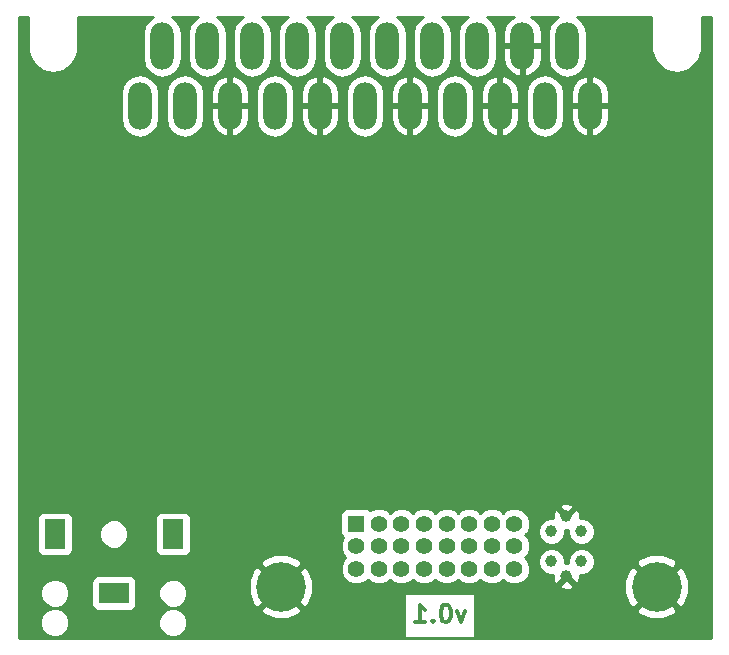
<source format=gbl>
G04 #@! TF.FileFunction,Copper,L2,Bot,Signal*
%FSLAX46Y46*%
G04 Gerber Fmt 4.6, Leading zero omitted, Abs format (unit mm)*
G04 Created by KiCad (PCBNEW 4.0.7) date 06/19/18 01:15:35*
%MOMM*%
%LPD*%
G01*
G04 APERTURE LIST*
%ADD10C,0.100000*%
%ADD11C,0.300000*%
%ADD12O,2.000000X4.000000*%
%ADD13R,1.800000X2.500000*%
%ADD14R,2.500000X1.800000*%
%ADD15C,4.200000*%
%ADD16C,1.400000*%
%ADD17R,1.400000X1.400000*%
%ADD18C,1.000000*%
%ADD19C,0.600000*%
%ADD20C,0.250000*%
%ADD21C,0.254000*%
G04 APERTURE END LIST*
D10*
D11*
X176132856Y-118296571D02*
X175775713Y-119296571D01*
X175418571Y-118296571D01*
X174561428Y-117796571D02*
X174418571Y-117796571D01*
X174275714Y-117868000D01*
X174204285Y-117939429D01*
X174132856Y-118082286D01*
X174061428Y-118368000D01*
X174061428Y-118725143D01*
X174132856Y-119010857D01*
X174204285Y-119153714D01*
X174275714Y-119225143D01*
X174418571Y-119296571D01*
X174561428Y-119296571D01*
X174704285Y-119225143D01*
X174775714Y-119153714D01*
X174847142Y-119010857D01*
X174918571Y-118725143D01*
X174918571Y-118368000D01*
X174847142Y-118082286D01*
X174775714Y-117939429D01*
X174704285Y-117868000D01*
X174561428Y-117796571D01*
X173418571Y-119153714D02*
X173347143Y-119225143D01*
X173418571Y-119296571D01*
X173490000Y-119225143D01*
X173418571Y-119153714D01*
X173418571Y-119296571D01*
X171918571Y-119296571D02*
X172775714Y-119296571D01*
X172347142Y-119296571D02*
X172347142Y-117796571D01*
X172489999Y-118010857D01*
X172632857Y-118153714D01*
X172775714Y-118225143D01*
D12*
X165735000Y-70485000D03*
X169545000Y-70485000D03*
X173355000Y-70485000D03*
X167640000Y-75565000D03*
X171450000Y-75565000D03*
X175260000Y-75565000D03*
X177165000Y-70485000D03*
X179070000Y-75565000D03*
X180975000Y-70485000D03*
X182880000Y-75565000D03*
X184785000Y-70485000D03*
X186690000Y-75565000D03*
X148590000Y-75565000D03*
X150495000Y-70485000D03*
X152400000Y-75565000D03*
X154305000Y-70485000D03*
X156210000Y-75565000D03*
X158115000Y-70485000D03*
X160020000Y-75565000D03*
X161925000Y-70485000D03*
X163830000Y-75565000D03*
D13*
X141390000Y-111825000D03*
X151390000Y-111825000D03*
D14*
X146390000Y-116825000D03*
D15*
X160540000Y-116275000D03*
X192340000Y-116275000D03*
D16*
X166920000Y-114755000D03*
X168830000Y-114755000D03*
X170740000Y-114755000D03*
X172650000Y-114755000D03*
X174560000Y-114755000D03*
X176470000Y-114755000D03*
X178380000Y-114755000D03*
X180290000Y-114755000D03*
X166920000Y-112845000D03*
X168830000Y-112845000D03*
X170740000Y-112845000D03*
X172650000Y-112845000D03*
X174560000Y-112845000D03*
X176470000Y-112845000D03*
X178380000Y-112845000D03*
X180290000Y-112845000D03*
D17*
X166920000Y-110935000D03*
D16*
X168830000Y-110935000D03*
X170740000Y-110935000D03*
X172650000Y-110935000D03*
X174560000Y-110935000D03*
X176470000Y-110935000D03*
X178380000Y-110935000D03*
X180290000Y-110935000D03*
D18*
X183430000Y-114145000D03*
X185970000Y-114145000D03*
X184700000Y-115415000D03*
X183430000Y-111605000D03*
X185970000Y-111605000D03*
X184700000Y-110335000D03*
D19*
X188976000Y-70358000D03*
X192532000Y-77216000D03*
X194310000Y-82550000D03*
X194310000Y-88900000D03*
X194564000Y-107188000D03*
X181102000Y-118110000D03*
X167640000Y-118364000D03*
X155448000Y-119126000D03*
X140970000Y-106680000D03*
X140970000Y-99822000D03*
X141224000Y-89408000D03*
X141224000Y-84582000D03*
X141478000Y-74422000D03*
X194818000Y-99060000D03*
D20*
X140970000Y-89408000D02*
X141224000Y-89408000D01*
D21*
G36*
X139105000Y-70534282D02*
X139104630Y-70957815D01*
X139229871Y-71260920D01*
X139267517Y-71450181D01*
X139373789Y-71609229D01*
X139428980Y-71742800D01*
X139531984Y-71845984D01*
X139730327Y-72142825D01*
X140024575Y-72339435D01*
X140029041Y-72343909D01*
X140034930Y-72346354D01*
X140422971Y-72605635D01*
X141240000Y-72768152D01*
X142057029Y-72605635D01*
X142441957Y-72348434D01*
X142447800Y-72346020D01*
X142452314Y-72341514D01*
X142749673Y-72142825D01*
X142946627Y-71848063D01*
X143048909Y-71745959D01*
X143104820Y-71611309D01*
X143212483Y-71450181D01*
X143249959Y-71261778D01*
X143374628Y-70961541D01*
X143374915Y-70633582D01*
X143375000Y-70633152D01*
X143375000Y-70535718D01*
X143375370Y-70112185D01*
X143375000Y-70111290D01*
X143375000Y-68035000D01*
X149701444Y-68035000D01*
X149338880Y-68277257D01*
X148984457Y-68807690D01*
X148860000Y-69433377D01*
X148860000Y-71536623D01*
X148984457Y-72162310D01*
X149338880Y-72692743D01*
X149869313Y-73047166D01*
X150495000Y-73171623D01*
X151120687Y-73047166D01*
X151651120Y-72692743D01*
X152005543Y-72162310D01*
X152130000Y-71536623D01*
X152130000Y-69433377D01*
X152005543Y-68807690D01*
X151651120Y-68277257D01*
X151288556Y-68035000D01*
X153511444Y-68035000D01*
X153148880Y-68277257D01*
X152794457Y-68807690D01*
X152670000Y-69433377D01*
X152670000Y-71536623D01*
X152794457Y-72162310D01*
X153148880Y-72692743D01*
X153679313Y-73047166D01*
X154305000Y-73171623D01*
X154930687Y-73047166D01*
X155461120Y-72692743D01*
X155815543Y-72162310D01*
X155940000Y-71536623D01*
X155940000Y-69433377D01*
X155815543Y-68807690D01*
X155461120Y-68277257D01*
X155098556Y-68035000D01*
X157321444Y-68035000D01*
X156958880Y-68277257D01*
X156604457Y-68807690D01*
X156480000Y-69433377D01*
X156480000Y-71536623D01*
X156604457Y-72162310D01*
X156958880Y-72692743D01*
X157489313Y-73047166D01*
X158115000Y-73171623D01*
X158740687Y-73047166D01*
X159271120Y-72692743D01*
X159625543Y-72162310D01*
X159750000Y-71536623D01*
X159750000Y-69433377D01*
X159625543Y-68807690D01*
X159271120Y-68277257D01*
X158908556Y-68035000D01*
X161131444Y-68035000D01*
X160768880Y-68277257D01*
X160414457Y-68807690D01*
X160290000Y-69433377D01*
X160290000Y-71536623D01*
X160414457Y-72162310D01*
X160768880Y-72692743D01*
X161299313Y-73047166D01*
X161925000Y-73171623D01*
X162550687Y-73047166D01*
X163081120Y-72692743D01*
X163435543Y-72162310D01*
X163560000Y-71536623D01*
X163560000Y-69433377D01*
X163435543Y-68807690D01*
X163081120Y-68277257D01*
X162718556Y-68035000D01*
X164941444Y-68035000D01*
X164578880Y-68277257D01*
X164224457Y-68807690D01*
X164100000Y-69433377D01*
X164100000Y-71536623D01*
X164224457Y-72162310D01*
X164578880Y-72692743D01*
X165109313Y-73047166D01*
X165735000Y-73171623D01*
X166360687Y-73047166D01*
X166891120Y-72692743D01*
X167245543Y-72162310D01*
X167370000Y-71536623D01*
X167370000Y-69433377D01*
X167245543Y-68807690D01*
X166891120Y-68277257D01*
X166528556Y-68035000D01*
X168751444Y-68035000D01*
X168388880Y-68277257D01*
X168034457Y-68807690D01*
X167910000Y-69433377D01*
X167910000Y-71536623D01*
X168034457Y-72162310D01*
X168388880Y-72692743D01*
X168919313Y-73047166D01*
X169545000Y-73171623D01*
X170170687Y-73047166D01*
X170701120Y-72692743D01*
X171055543Y-72162310D01*
X171180000Y-71536623D01*
X171180000Y-69433377D01*
X171055543Y-68807690D01*
X170701120Y-68277257D01*
X170338556Y-68035000D01*
X172561444Y-68035000D01*
X172198880Y-68277257D01*
X171844457Y-68807690D01*
X171720000Y-69433377D01*
X171720000Y-71536623D01*
X171844457Y-72162310D01*
X172198880Y-72692743D01*
X172729313Y-73047166D01*
X173355000Y-73171623D01*
X173980687Y-73047166D01*
X174511120Y-72692743D01*
X174865543Y-72162310D01*
X174990000Y-71536623D01*
X174990000Y-69433377D01*
X174865543Y-68807690D01*
X174511120Y-68277257D01*
X174148556Y-68035000D01*
X176371444Y-68035000D01*
X176008880Y-68277257D01*
X175654457Y-68807690D01*
X175530000Y-69433377D01*
X175530000Y-71536623D01*
X175654457Y-72162310D01*
X176008880Y-72692743D01*
X176539313Y-73047166D01*
X177165000Y-73171623D01*
X177790687Y-73047166D01*
X178321120Y-72692743D01*
X178675543Y-72162310D01*
X178800000Y-71536623D01*
X178800000Y-70612000D01*
X179340000Y-70612000D01*
X179340000Y-71612000D01*
X179513058Y-72228020D01*
X179908683Y-72730922D01*
X180466645Y-73044144D01*
X180594566Y-73075124D01*
X180848000Y-72955777D01*
X180848000Y-70612000D01*
X181102000Y-70612000D01*
X181102000Y-72955777D01*
X181355434Y-73075124D01*
X181483355Y-73044144D01*
X182041317Y-72730922D01*
X182436942Y-72228020D01*
X182610000Y-71612000D01*
X182610000Y-70612000D01*
X181102000Y-70612000D01*
X180848000Y-70612000D01*
X179340000Y-70612000D01*
X178800000Y-70612000D01*
X178800000Y-69433377D01*
X178675543Y-68807690D01*
X178321120Y-68277257D01*
X177958556Y-68035000D01*
X180272220Y-68035000D01*
X179908683Y-68239078D01*
X179513058Y-68741980D01*
X179340000Y-69358000D01*
X179340000Y-70358000D01*
X180848000Y-70358000D01*
X180848000Y-70338000D01*
X181102000Y-70338000D01*
X181102000Y-70358000D01*
X182610000Y-70358000D01*
X182610000Y-69358000D01*
X182436942Y-68741980D01*
X182041317Y-68239078D01*
X181677780Y-68035000D01*
X183991444Y-68035000D01*
X183628880Y-68277257D01*
X183274457Y-68807690D01*
X183150000Y-69433377D01*
X183150000Y-71536623D01*
X183274457Y-72162310D01*
X183628880Y-72692743D01*
X184159313Y-73047166D01*
X184785000Y-73171623D01*
X185410687Y-73047166D01*
X185941120Y-72692743D01*
X186295543Y-72162310D01*
X186420000Y-71536623D01*
X186420000Y-69433377D01*
X186295543Y-68807690D01*
X185941120Y-68277257D01*
X185578556Y-68035000D01*
X191905000Y-68035000D01*
X191905000Y-70534282D01*
X191904630Y-70957815D01*
X192029871Y-71260920D01*
X192067517Y-71450181D01*
X192173789Y-71609229D01*
X192228980Y-71742800D01*
X192331984Y-71845984D01*
X192530327Y-72142825D01*
X192824575Y-72339435D01*
X192829041Y-72343909D01*
X192834930Y-72346354D01*
X193222971Y-72605635D01*
X194040000Y-72768152D01*
X194857029Y-72605635D01*
X195241957Y-72348434D01*
X195247800Y-72346020D01*
X195252314Y-72341514D01*
X195549673Y-72142825D01*
X195746627Y-71848063D01*
X195848909Y-71745959D01*
X195904820Y-71611309D01*
X196012483Y-71450181D01*
X196049959Y-71261778D01*
X196174628Y-70961541D01*
X196174915Y-70633582D01*
X196175000Y-70633152D01*
X196175000Y-70535718D01*
X196175370Y-70112185D01*
X196175000Y-70111290D01*
X196175000Y-68035000D01*
X196930000Y-68035000D01*
X196930000Y-120615000D01*
X138350000Y-120615000D01*
X138350000Y-119569579D01*
X140154786Y-119569579D01*
X140342408Y-120023657D01*
X140689515Y-120371371D01*
X141143266Y-120559785D01*
X141634579Y-120560214D01*
X142088657Y-120372592D01*
X142436371Y-120025485D01*
X142624785Y-119571734D01*
X142624786Y-119569579D01*
X150154786Y-119569579D01*
X150342408Y-120023657D01*
X150689515Y-120371371D01*
X151143266Y-120559785D01*
X151634579Y-120560214D01*
X152088657Y-120372592D01*
X152436371Y-120025485D01*
X152624785Y-119571734D01*
X152625214Y-119080421D01*
X152437592Y-118626343D01*
X152090485Y-118278629D01*
X151954602Y-118222205D01*
X158772400Y-118222205D01*
X159005358Y-118603318D01*
X160013184Y-119013367D01*
X161101214Y-119006525D01*
X162074642Y-118603318D01*
X162307600Y-118222205D01*
X160540000Y-116454605D01*
X158772400Y-118222205D01*
X151954602Y-118222205D01*
X151636734Y-118090215D01*
X151145421Y-118089786D01*
X150691343Y-118277408D01*
X150343629Y-118624515D01*
X150155215Y-119078266D01*
X150154786Y-119569579D01*
X142624786Y-119569579D01*
X142625214Y-119080421D01*
X142437592Y-118626343D01*
X142090485Y-118278629D01*
X141636734Y-118090215D01*
X141145421Y-118089786D01*
X140691343Y-118277408D01*
X140343629Y-118624515D01*
X140155215Y-119078266D01*
X140154786Y-119569579D01*
X138350000Y-119569579D01*
X138350000Y-117069579D01*
X140154786Y-117069579D01*
X140342408Y-117523657D01*
X140689515Y-117871371D01*
X141143266Y-118059785D01*
X141634579Y-118060214D01*
X142088657Y-117872592D01*
X142436371Y-117525485D01*
X142624785Y-117071734D01*
X142625214Y-116580421D01*
X142437592Y-116126343D01*
X142236601Y-115925000D01*
X144492560Y-115925000D01*
X144492560Y-117725000D01*
X144536838Y-117960317D01*
X144675910Y-118176441D01*
X144888110Y-118321431D01*
X145140000Y-118372440D01*
X147640000Y-118372440D01*
X147875317Y-118328162D01*
X148091441Y-118189090D01*
X148236431Y-117976890D01*
X148287440Y-117725000D01*
X148287440Y-117069579D01*
X150154786Y-117069579D01*
X150342408Y-117523657D01*
X150689515Y-117871371D01*
X151143266Y-118059785D01*
X151634579Y-118060214D01*
X152088657Y-117872592D01*
X152436371Y-117525485D01*
X152624785Y-117071734D01*
X152625214Y-116580421D01*
X152437592Y-116126343D01*
X152090485Y-115778629D01*
X152017166Y-115748184D01*
X157801633Y-115748184D01*
X157808475Y-116836214D01*
X158211682Y-117809642D01*
X158592795Y-118042600D01*
X160360395Y-116275000D01*
X160719605Y-116275000D01*
X162487205Y-118042600D01*
X162868318Y-117809642D01*
X163278367Y-116801816D01*
X163278249Y-116783000D01*
X170997858Y-116783000D01*
X170997858Y-120603000D01*
X176982143Y-120603000D01*
X176982143Y-118222205D01*
X190572400Y-118222205D01*
X190805358Y-118603318D01*
X191813184Y-119013367D01*
X192901214Y-119006525D01*
X193874642Y-118603318D01*
X194107600Y-118222205D01*
X192340000Y-116454605D01*
X190572400Y-118222205D01*
X176982143Y-118222205D01*
X176982143Y-116783000D01*
X170997858Y-116783000D01*
X163278249Y-116783000D01*
X163274615Y-116205104D01*
X184089501Y-116205104D01*
X184126648Y-116420217D01*
X184554972Y-116563112D01*
X185005375Y-116531217D01*
X185273352Y-116420217D01*
X185310499Y-116205104D01*
X184700000Y-115594605D01*
X184089501Y-116205104D01*
X163274615Y-116205104D01*
X163271525Y-115713786D01*
X162868318Y-114740358D01*
X162487205Y-114507400D01*
X160719605Y-116275000D01*
X160360395Y-116275000D01*
X158592795Y-114507400D01*
X158211682Y-114740358D01*
X157801633Y-115748184D01*
X152017166Y-115748184D01*
X151636734Y-115590215D01*
X151145421Y-115589786D01*
X150691343Y-115777408D01*
X150343629Y-116124515D01*
X150155215Y-116578266D01*
X150154786Y-117069579D01*
X148287440Y-117069579D01*
X148287440Y-115925000D01*
X148243162Y-115689683D01*
X148104090Y-115473559D01*
X147891890Y-115328569D01*
X147640000Y-115277560D01*
X145140000Y-115277560D01*
X144904683Y-115321838D01*
X144688559Y-115460910D01*
X144543569Y-115673110D01*
X144492560Y-115925000D01*
X142236601Y-115925000D01*
X142090485Y-115778629D01*
X141636734Y-115590215D01*
X141145421Y-115589786D01*
X140691343Y-115777408D01*
X140343629Y-116124515D01*
X140155215Y-116578266D01*
X140154786Y-117069579D01*
X138350000Y-117069579D01*
X138350000Y-114327795D01*
X158772400Y-114327795D01*
X160540000Y-116095395D01*
X162307600Y-114327795D01*
X162074642Y-113946682D01*
X161066816Y-113536633D01*
X159978786Y-113543475D01*
X159005358Y-113946682D01*
X158772400Y-114327795D01*
X138350000Y-114327795D01*
X138350000Y-110575000D01*
X139842560Y-110575000D01*
X139842560Y-113075000D01*
X139886838Y-113310317D01*
X140025910Y-113526441D01*
X140238110Y-113671431D01*
X140490000Y-113722440D01*
X142290000Y-113722440D01*
X142525317Y-113678162D01*
X142741441Y-113539090D01*
X142886431Y-113326890D01*
X142937440Y-113075000D01*
X142937440Y-112069579D01*
X145154786Y-112069579D01*
X145342408Y-112523657D01*
X145689515Y-112871371D01*
X146143266Y-113059785D01*
X146634579Y-113060214D01*
X147088657Y-112872592D01*
X147436371Y-112525485D01*
X147624785Y-112071734D01*
X147625214Y-111580421D01*
X147437592Y-111126343D01*
X147090485Y-110778629D01*
X146636734Y-110590215D01*
X146145421Y-110589786D01*
X145691343Y-110777408D01*
X145343629Y-111124515D01*
X145155215Y-111578266D01*
X145154786Y-112069579D01*
X142937440Y-112069579D01*
X142937440Y-110575000D01*
X149842560Y-110575000D01*
X149842560Y-113075000D01*
X149886838Y-113310317D01*
X150025910Y-113526441D01*
X150238110Y-113671431D01*
X150490000Y-113722440D01*
X152290000Y-113722440D01*
X152525317Y-113678162D01*
X152741441Y-113539090D01*
X152886431Y-113326890D01*
X152937440Y-113075000D01*
X152937440Y-110575000D01*
X152893162Y-110339683D01*
X152825801Y-110235000D01*
X165572560Y-110235000D01*
X165572560Y-111635000D01*
X165616838Y-111870317D01*
X165755910Y-112086441D01*
X165782049Y-112104301D01*
X165585232Y-112578287D01*
X165584769Y-113109383D01*
X165787582Y-113600229D01*
X165987024Y-113800019D01*
X165788902Y-113997796D01*
X165585232Y-114488287D01*
X165584769Y-115019383D01*
X165787582Y-115510229D01*
X166162796Y-115886098D01*
X166653287Y-116089768D01*
X167184383Y-116090231D01*
X167675229Y-115887418D01*
X167875019Y-115687976D01*
X168072796Y-115886098D01*
X168563287Y-116089768D01*
X169094383Y-116090231D01*
X169585229Y-115887418D01*
X169785019Y-115687976D01*
X169982796Y-115886098D01*
X170473287Y-116089768D01*
X171004383Y-116090231D01*
X171495229Y-115887418D01*
X171695019Y-115687976D01*
X171892796Y-115886098D01*
X172383287Y-116089768D01*
X172914383Y-116090231D01*
X173405229Y-115887418D01*
X173605019Y-115687976D01*
X173802796Y-115886098D01*
X174293287Y-116089768D01*
X174824383Y-116090231D01*
X175315229Y-115887418D01*
X175515019Y-115687976D01*
X175712796Y-115886098D01*
X176203287Y-116089768D01*
X176734383Y-116090231D01*
X177225229Y-115887418D01*
X177425019Y-115687976D01*
X177622796Y-115886098D01*
X178113287Y-116089768D01*
X178644383Y-116090231D01*
X179135229Y-115887418D01*
X179335019Y-115687976D01*
X179532796Y-115886098D01*
X180023287Y-116089768D01*
X180554383Y-116090231D01*
X181045229Y-115887418D01*
X181421098Y-115512204D01*
X181624768Y-115021713D01*
X181625231Y-114490617D01*
X181575301Y-114369775D01*
X182294803Y-114369775D01*
X182467233Y-114787086D01*
X182786235Y-115106645D01*
X183203244Y-115279803D01*
X183552606Y-115280108D01*
X183583783Y-115720375D01*
X183694783Y-115988352D01*
X183909896Y-116025499D01*
X184520395Y-115415000D01*
X184506253Y-115400858D01*
X184685858Y-115221253D01*
X184700000Y-115235395D01*
X184714143Y-115221253D01*
X184893748Y-115400858D01*
X184879605Y-115415000D01*
X185490104Y-116025499D01*
X185705217Y-115988352D01*
X185785340Y-115748184D01*
X189601633Y-115748184D01*
X189608475Y-116836214D01*
X190011682Y-117809642D01*
X190392795Y-118042600D01*
X192160395Y-116275000D01*
X192519605Y-116275000D01*
X194287205Y-118042600D01*
X194668318Y-117809642D01*
X195078367Y-116801816D01*
X195071525Y-115713786D01*
X194668318Y-114740358D01*
X194287205Y-114507400D01*
X192519605Y-116275000D01*
X192160395Y-116275000D01*
X190392795Y-114507400D01*
X190011682Y-114740358D01*
X189601633Y-115748184D01*
X185785340Y-115748184D01*
X185848112Y-115560028D01*
X185828273Y-115279877D01*
X186194775Y-115280197D01*
X186612086Y-115107767D01*
X186931645Y-114788765D01*
X187104803Y-114371756D01*
X187104841Y-114327795D01*
X190572400Y-114327795D01*
X192340000Y-116095395D01*
X194107600Y-114327795D01*
X193874642Y-113946682D01*
X192866816Y-113536633D01*
X191778786Y-113543475D01*
X190805358Y-113946682D01*
X190572400Y-114327795D01*
X187104841Y-114327795D01*
X187105197Y-113920225D01*
X186932767Y-113502914D01*
X186613765Y-113183355D01*
X186196756Y-113010197D01*
X185745225Y-113009803D01*
X185327914Y-113182233D01*
X185008355Y-113501235D01*
X184835197Y-113918244D01*
X184834892Y-114267606D01*
X184564877Y-114286727D01*
X184565197Y-113920225D01*
X184392767Y-113502914D01*
X184073765Y-113183355D01*
X183656756Y-113010197D01*
X183205225Y-113009803D01*
X182787914Y-113182233D01*
X182468355Y-113501235D01*
X182295197Y-113918244D01*
X182294803Y-114369775D01*
X181575301Y-114369775D01*
X181422418Y-113999771D01*
X181222976Y-113799981D01*
X181421098Y-113602204D01*
X181624768Y-113111713D01*
X181625231Y-112580617D01*
X181422418Y-112089771D01*
X181222976Y-111889981D01*
X181283287Y-111829775D01*
X182294803Y-111829775D01*
X182467233Y-112247086D01*
X182786235Y-112566645D01*
X183203244Y-112739803D01*
X183654775Y-112740197D01*
X184072086Y-112567767D01*
X184391645Y-112248765D01*
X184564803Y-111831756D01*
X184565108Y-111482394D01*
X184835123Y-111463273D01*
X184834803Y-111829775D01*
X185007233Y-112247086D01*
X185326235Y-112566645D01*
X185743244Y-112739803D01*
X186194775Y-112740197D01*
X186612086Y-112567767D01*
X186931645Y-112248765D01*
X187104803Y-111831756D01*
X187105197Y-111380225D01*
X186932767Y-110962914D01*
X186613765Y-110643355D01*
X186196756Y-110470197D01*
X185847394Y-110469892D01*
X185816217Y-110029625D01*
X185705217Y-109761648D01*
X185490104Y-109724501D01*
X184879605Y-110335000D01*
X184893748Y-110349143D01*
X184714143Y-110528748D01*
X184700000Y-110514605D01*
X184685858Y-110528748D01*
X184506253Y-110349143D01*
X184520395Y-110335000D01*
X183909896Y-109724501D01*
X183694783Y-109761648D01*
X183551888Y-110189972D01*
X183571727Y-110470123D01*
X183205225Y-110469803D01*
X182787914Y-110642233D01*
X182468355Y-110961235D01*
X182295197Y-111378244D01*
X182294803Y-111829775D01*
X181283287Y-111829775D01*
X181421098Y-111692204D01*
X181624768Y-111201713D01*
X181625231Y-110670617D01*
X181422418Y-110179771D01*
X181047204Y-109803902D01*
X180556713Y-109600232D01*
X180025617Y-109599769D01*
X179534771Y-109802582D01*
X179334981Y-110002024D01*
X179137204Y-109803902D01*
X178646713Y-109600232D01*
X178115617Y-109599769D01*
X177624771Y-109802582D01*
X177424981Y-110002024D01*
X177227204Y-109803902D01*
X176736713Y-109600232D01*
X176205617Y-109599769D01*
X175714771Y-109802582D01*
X175514981Y-110002024D01*
X175317204Y-109803902D01*
X174826713Y-109600232D01*
X174295617Y-109599769D01*
X173804771Y-109802582D01*
X173604981Y-110002024D01*
X173407204Y-109803902D01*
X172916713Y-109600232D01*
X172385617Y-109599769D01*
X171894771Y-109802582D01*
X171694981Y-110002024D01*
X171497204Y-109803902D01*
X171006713Y-109600232D01*
X170475617Y-109599769D01*
X169984771Y-109802582D01*
X169784981Y-110002024D01*
X169587204Y-109803902D01*
X169096713Y-109600232D01*
X168565617Y-109599769D01*
X168091803Y-109795545D01*
X168084090Y-109783559D01*
X167871890Y-109638569D01*
X167620000Y-109587560D01*
X166220000Y-109587560D01*
X165984683Y-109631838D01*
X165768559Y-109770910D01*
X165623569Y-109983110D01*
X165572560Y-110235000D01*
X152825801Y-110235000D01*
X152754090Y-110123559D01*
X152541890Y-109978569D01*
X152290000Y-109927560D01*
X150490000Y-109927560D01*
X150254683Y-109971838D01*
X150038559Y-110110910D01*
X149893569Y-110323110D01*
X149842560Y-110575000D01*
X142937440Y-110575000D01*
X142893162Y-110339683D01*
X142754090Y-110123559D01*
X142541890Y-109978569D01*
X142290000Y-109927560D01*
X140490000Y-109927560D01*
X140254683Y-109971838D01*
X140038559Y-110110910D01*
X139893569Y-110323110D01*
X139842560Y-110575000D01*
X138350000Y-110575000D01*
X138350000Y-109544896D01*
X184089501Y-109544896D01*
X184700000Y-110155395D01*
X185310499Y-109544896D01*
X185273352Y-109329783D01*
X184845028Y-109186888D01*
X184394625Y-109218783D01*
X184126648Y-109329783D01*
X184089501Y-109544896D01*
X138350000Y-109544896D01*
X138350000Y-74513377D01*
X146955000Y-74513377D01*
X146955000Y-76616623D01*
X147079457Y-77242310D01*
X147433880Y-77772743D01*
X147964313Y-78127166D01*
X148590000Y-78251623D01*
X149215687Y-78127166D01*
X149746120Y-77772743D01*
X150100543Y-77242310D01*
X150225000Y-76616623D01*
X150225000Y-74513377D01*
X150765000Y-74513377D01*
X150765000Y-76616623D01*
X150889457Y-77242310D01*
X151243880Y-77772743D01*
X151774313Y-78127166D01*
X152400000Y-78251623D01*
X153025687Y-78127166D01*
X153556120Y-77772743D01*
X153910543Y-77242310D01*
X154035000Y-76616623D01*
X154035000Y-75692000D01*
X154575000Y-75692000D01*
X154575000Y-76692000D01*
X154748058Y-77308020D01*
X155143683Y-77810922D01*
X155701645Y-78124144D01*
X155829566Y-78155124D01*
X156083000Y-78035777D01*
X156083000Y-75692000D01*
X156337000Y-75692000D01*
X156337000Y-78035777D01*
X156590434Y-78155124D01*
X156718355Y-78124144D01*
X157276317Y-77810922D01*
X157671942Y-77308020D01*
X157845000Y-76692000D01*
X157845000Y-75692000D01*
X156337000Y-75692000D01*
X156083000Y-75692000D01*
X154575000Y-75692000D01*
X154035000Y-75692000D01*
X154035000Y-74513377D01*
X154020007Y-74438000D01*
X154575000Y-74438000D01*
X154575000Y-75438000D01*
X156083000Y-75438000D01*
X156083000Y-73094223D01*
X156337000Y-73094223D01*
X156337000Y-75438000D01*
X157845000Y-75438000D01*
X157845000Y-74513377D01*
X158385000Y-74513377D01*
X158385000Y-76616623D01*
X158509457Y-77242310D01*
X158863880Y-77772743D01*
X159394313Y-78127166D01*
X160020000Y-78251623D01*
X160645687Y-78127166D01*
X161176120Y-77772743D01*
X161530543Y-77242310D01*
X161655000Y-76616623D01*
X161655000Y-75692000D01*
X162195000Y-75692000D01*
X162195000Y-76692000D01*
X162368058Y-77308020D01*
X162763683Y-77810922D01*
X163321645Y-78124144D01*
X163449566Y-78155124D01*
X163703000Y-78035777D01*
X163703000Y-75692000D01*
X163957000Y-75692000D01*
X163957000Y-78035777D01*
X164210434Y-78155124D01*
X164338355Y-78124144D01*
X164896317Y-77810922D01*
X165291942Y-77308020D01*
X165465000Y-76692000D01*
X165465000Y-75692000D01*
X163957000Y-75692000D01*
X163703000Y-75692000D01*
X162195000Y-75692000D01*
X161655000Y-75692000D01*
X161655000Y-74513377D01*
X161640007Y-74438000D01*
X162195000Y-74438000D01*
X162195000Y-75438000D01*
X163703000Y-75438000D01*
X163703000Y-73094223D01*
X163957000Y-73094223D01*
X163957000Y-75438000D01*
X165465000Y-75438000D01*
X165465000Y-74513377D01*
X166005000Y-74513377D01*
X166005000Y-76616623D01*
X166129457Y-77242310D01*
X166483880Y-77772743D01*
X167014313Y-78127166D01*
X167640000Y-78251623D01*
X168265687Y-78127166D01*
X168796120Y-77772743D01*
X169150543Y-77242310D01*
X169275000Y-76616623D01*
X169275000Y-75692000D01*
X169815000Y-75692000D01*
X169815000Y-76692000D01*
X169988058Y-77308020D01*
X170383683Y-77810922D01*
X170941645Y-78124144D01*
X171069566Y-78155124D01*
X171323000Y-78035777D01*
X171323000Y-75692000D01*
X171577000Y-75692000D01*
X171577000Y-78035777D01*
X171830434Y-78155124D01*
X171958355Y-78124144D01*
X172516317Y-77810922D01*
X172911942Y-77308020D01*
X173085000Y-76692000D01*
X173085000Y-75692000D01*
X171577000Y-75692000D01*
X171323000Y-75692000D01*
X169815000Y-75692000D01*
X169275000Y-75692000D01*
X169275000Y-74513377D01*
X169260007Y-74438000D01*
X169815000Y-74438000D01*
X169815000Y-75438000D01*
X171323000Y-75438000D01*
X171323000Y-73094223D01*
X171577000Y-73094223D01*
X171577000Y-75438000D01*
X173085000Y-75438000D01*
X173085000Y-74513377D01*
X173625000Y-74513377D01*
X173625000Y-76616623D01*
X173749457Y-77242310D01*
X174103880Y-77772743D01*
X174634313Y-78127166D01*
X175260000Y-78251623D01*
X175885687Y-78127166D01*
X176416120Y-77772743D01*
X176770543Y-77242310D01*
X176895000Y-76616623D01*
X176895000Y-75692000D01*
X177435000Y-75692000D01*
X177435000Y-76692000D01*
X177608058Y-77308020D01*
X178003683Y-77810922D01*
X178561645Y-78124144D01*
X178689566Y-78155124D01*
X178943000Y-78035777D01*
X178943000Y-75692000D01*
X179197000Y-75692000D01*
X179197000Y-78035777D01*
X179450434Y-78155124D01*
X179578355Y-78124144D01*
X180136317Y-77810922D01*
X180531942Y-77308020D01*
X180705000Y-76692000D01*
X180705000Y-75692000D01*
X179197000Y-75692000D01*
X178943000Y-75692000D01*
X177435000Y-75692000D01*
X176895000Y-75692000D01*
X176895000Y-74513377D01*
X176880007Y-74438000D01*
X177435000Y-74438000D01*
X177435000Y-75438000D01*
X178943000Y-75438000D01*
X178943000Y-73094223D01*
X179197000Y-73094223D01*
X179197000Y-75438000D01*
X180705000Y-75438000D01*
X180705000Y-74513377D01*
X181245000Y-74513377D01*
X181245000Y-76616623D01*
X181369457Y-77242310D01*
X181723880Y-77772743D01*
X182254313Y-78127166D01*
X182880000Y-78251623D01*
X183505687Y-78127166D01*
X184036120Y-77772743D01*
X184390543Y-77242310D01*
X184515000Y-76616623D01*
X184515000Y-75692000D01*
X185055000Y-75692000D01*
X185055000Y-76692000D01*
X185228058Y-77308020D01*
X185623683Y-77810922D01*
X186181645Y-78124144D01*
X186309566Y-78155124D01*
X186563000Y-78035777D01*
X186563000Y-75692000D01*
X186817000Y-75692000D01*
X186817000Y-78035777D01*
X187070434Y-78155124D01*
X187198355Y-78124144D01*
X187756317Y-77810922D01*
X188151942Y-77308020D01*
X188325000Y-76692000D01*
X188325000Y-75692000D01*
X186817000Y-75692000D01*
X186563000Y-75692000D01*
X185055000Y-75692000D01*
X184515000Y-75692000D01*
X184515000Y-74513377D01*
X184500007Y-74438000D01*
X185055000Y-74438000D01*
X185055000Y-75438000D01*
X186563000Y-75438000D01*
X186563000Y-73094223D01*
X186817000Y-73094223D01*
X186817000Y-75438000D01*
X188325000Y-75438000D01*
X188325000Y-74438000D01*
X188151942Y-73821980D01*
X187756317Y-73319078D01*
X187198355Y-73005856D01*
X187070434Y-72974876D01*
X186817000Y-73094223D01*
X186563000Y-73094223D01*
X186309566Y-72974876D01*
X186181645Y-73005856D01*
X185623683Y-73319078D01*
X185228058Y-73821980D01*
X185055000Y-74438000D01*
X184500007Y-74438000D01*
X184390543Y-73887690D01*
X184036120Y-73357257D01*
X183505687Y-73002834D01*
X182880000Y-72878377D01*
X182254313Y-73002834D01*
X181723880Y-73357257D01*
X181369457Y-73887690D01*
X181245000Y-74513377D01*
X180705000Y-74513377D01*
X180705000Y-74438000D01*
X180531942Y-73821980D01*
X180136317Y-73319078D01*
X179578355Y-73005856D01*
X179450434Y-72974876D01*
X179197000Y-73094223D01*
X178943000Y-73094223D01*
X178689566Y-72974876D01*
X178561645Y-73005856D01*
X178003683Y-73319078D01*
X177608058Y-73821980D01*
X177435000Y-74438000D01*
X176880007Y-74438000D01*
X176770543Y-73887690D01*
X176416120Y-73357257D01*
X175885687Y-73002834D01*
X175260000Y-72878377D01*
X174634313Y-73002834D01*
X174103880Y-73357257D01*
X173749457Y-73887690D01*
X173625000Y-74513377D01*
X173085000Y-74513377D01*
X173085000Y-74438000D01*
X172911942Y-73821980D01*
X172516317Y-73319078D01*
X171958355Y-73005856D01*
X171830434Y-72974876D01*
X171577000Y-73094223D01*
X171323000Y-73094223D01*
X171069566Y-72974876D01*
X170941645Y-73005856D01*
X170383683Y-73319078D01*
X169988058Y-73821980D01*
X169815000Y-74438000D01*
X169260007Y-74438000D01*
X169150543Y-73887690D01*
X168796120Y-73357257D01*
X168265687Y-73002834D01*
X167640000Y-72878377D01*
X167014313Y-73002834D01*
X166483880Y-73357257D01*
X166129457Y-73887690D01*
X166005000Y-74513377D01*
X165465000Y-74513377D01*
X165465000Y-74438000D01*
X165291942Y-73821980D01*
X164896317Y-73319078D01*
X164338355Y-73005856D01*
X164210434Y-72974876D01*
X163957000Y-73094223D01*
X163703000Y-73094223D01*
X163449566Y-72974876D01*
X163321645Y-73005856D01*
X162763683Y-73319078D01*
X162368058Y-73821980D01*
X162195000Y-74438000D01*
X161640007Y-74438000D01*
X161530543Y-73887690D01*
X161176120Y-73357257D01*
X160645687Y-73002834D01*
X160020000Y-72878377D01*
X159394313Y-73002834D01*
X158863880Y-73357257D01*
X158509457Y-73887690D01*
X158385000Y-74513377D01*
X157845000Y-74513377D01*
X157845000Y-74438000D01*
X157671942Y-73821980D01*
X157276317Y-73319078D01*
X156718355Y-73005856D01*
X156590434Y-72974876D01*
X156337000Y-73094223D01*
X156083000Y-73094223D01*
X155829566Y-72974876D01*
X155701645Y-73005856D01*
X155143683Y-73319078D01*
X154748058Y-73821980D01*
X154575000Y-74438000D01*
X154020007Y-74438000D01*
X153910543Y-73887690D01*
X153556120Y-73357257D01*
X153025687Y-73002834D01*
X152400000Y-72878377D01*
X151774313Y-73002834D01*
X151243880Y-73357257D01*
X150889457Y-73887690D01*
X150765000Y-74513377D01*
X150225000Y-74513377D01*
X150100543Y-73887690D01*
X149746120Y-73357257D01*
X149215687Y-73002834D01*
X148590000Y-72878377D01*
X147964313Y-73002834D01*
X147433880Y-73357257D01*
X147079457Y-73887690D01*
X146955000Y-74513377D01*
X138350000Y-74513377D01*
X138350000Y-68035000D01*
X139105000Y-68035000D01*
X139105000Y-70534282D01*
X139105000Y-70534282D01*
G37*
X139105000Y-70534282D02*
X139104630Y-70957815D01*
X139229871Y-71260920D01*
X139267517Y-71450181D01*
X139373789Y-71609229D01*
X139428980Y-71742800D01*
X139531984Y-71845984D01*
X139730327Y-72142825D01*
X140024575Y-72339435D01*
X140029041Y-72343909D01*
X140034930Y-72346354D01*
X140422971Y-72605635D01*
X141240000Y-72768152D01*
X142057029Y-72605635D01*
X142441957Y-72348434D01*
X142447800Y-72346020D01*
X142452314Y-72341514D01*
X142749673Y-72142825D01*
X142946627Y-71848063D01*
X143048909Y-71745959D01*
X143104820Y-71611309D01*
X143212483Y-71450181D01*
X143249959Y-71261778D01*
X143374628Y-70961541D01*
X143374915Y-70633582D01*
X143375000Y-70633152D01*
X143375000Y-70535718D01*
X143375370Y-70112185D01*
X143375000Y-70111290D01*
X143375000Y-68035000D01*
X149701444Y-68035000D01*
X149338880Y-68277257D01*
X148984457Y-68807690D01*
X148860000Y-69433377D01*
X148860000Y-71536623D01*
X148984457Y-72162310D01*
X149338880Y-72692743D01*
X149869313Y-73047166D01*
X150495000Y-73171623D01*
X151120687Y-73047166D01*
X151651120Y-72692743D01*
X152005543Y-72162310D01*
X152130000Y-71536623D01*
X152130000Y-69433377D01*
X152005543Y-68807690D01*
X151651120Y-68277257D01*
X151288556Y-68035000D01*
X153511444Y-68035000D01*
X153148880Y-68277257D01*
X152794457Y-68807690D01*
X152670000Y-69433377D01*
X152670000Y-71536623D01*
X152794457Y-72162310D01*
X153148880Y-72692743D01*
X153679313Y-73047166D01*
X154305000Y-73171623D01*
X154930687Y-73047166D01*
X155461120Y-72692743D01*
X155815543Y-72162310D01*
X155940000Y-71536623D01*
X155940000Y-69433377D01*
X155815543Y-68807690D01*
X155461120Y-68277257D01*
X155098556Y-68035000D01*
X157321444Y-68035000D01*
X156958880Y-68277257D01*
X156604457Y-68807690D01*
X156480000Y-69433377D01*
X156480000Y-71536623D01*
X156604457Y-72162310D01*
X156958880Y-72692743D01*
X157489313Y-73047166D01*
X158115000Y-73171623D01*
X158740687Y-73047166D01*
X159271120Y-72692743D01*
X159625543Y-72162310D01*
X159750000Y-71536623D01*
X159750000Y-69433377D01*
X159625543Y-68807690D01*
X159271120Y-68277257D01*
X158908556Y-68035000D01*
X161131444Y-68035000D01*
X160768880Y-68277257D01*
X160414457Y-68807690D01*
X160290000Y-69433377D01*
X160290000Y-71536623D01*
X160414457Y-72162310D01*
X160768880Y-72692743D01*
X161299313Y-73047166D01*
X161925000Y-73171623D01*
X162550687Y-73047166D01*
X163081120Y-72692743D01*
X163435543Y-72162310D01*
X163560000Y-71536623D01*
X163560000Y-69433377D01*
X163435543Y-68807690D01*
X163081120Y-68277257D01*
X162718556Y-68035000D01*
X164941444Y-68035000D01*
X164578880Y-68277257D01*
X164224457Y-68807690D01*
X164100000Y-69433377D01*
X164100000Y-71536623D01*
X164224457Y-72162310D01*
X164578880Y-72692743D01*
X165109313Y-73047166D01*
X165735000Y-73171623D01*
X166360687Y-73047166D01*
X166891120Y-72692743D01*
X167245543Y-72162310D01*
X167370000Y-71536623D01*
X167370000Y-69433377D01*
X167245543Y-68807690D01*
X166891120Y-68277257D01*
X166528556Y-68035000D01*
X168751444Y-68035000D01*
X168388880Y-68277257D01*
X168034457Y-68807690D01*
X167910000Y-69433377D01*
X167910000Y-71536623D01*
X168034457Y-72162310D01*
X168388880Y-72692743D01*
X168919313Y-73047166D01*
X169545000Y-73171623D01*
X170170687Y-73047166D01*
X170701120Y-72692743D01*
X171055543Y-72162310D01*
X171180000Y-71536623D01*
X171180000Y-69433377D01*
X171055543Y-68807690D01*
X170701120Y-68277257D01*
X170338556Y-68035000D01*
X172561444Y-68035000D01*
X172198880Y-68277257D01*
X171844457Y-68807690D01*
X171720000Y-69433377D01*
X171720000Y-71536623D01*
X171844457Y-72162310D01*
X172198880Y-72692743D01*
X172729313Y-73047166D01*
X173355000Y-73171623D01*
X173980687Y-73047166D01*
X174511120Y-72692743D01*
X174865543Y-72162310D01*
X174990000Y-71536623D01*
X174990000Y-69433377D01*
X174865543Y-68807690D01*
X174511120Y-68277257D01*
X174148556Y-68035000D01*
X176371444Y-68035000D01*
X176008880Y-68277257D01*
X175654457Y-68807690D01*
X175530000Y-69433377D01*
X175530000Y-71536623D01*
X175654457Y-72162310D01*
X176008880Y-72692743D01*
X176539313Y-73047166D01*
X177165000Y-73171623D01*
X177790687Y-73047166D01*
X178321120Y-72692743D01*
X178675543Y-72162310D01*
X178800000Y-71536623D01*
X178800000Y-70612000D01*
X179340000Y-70612000D01*
X179340000Y-71612000D01*
X179513058Y-72228020D01*
X179908683Y-72730922D01*
X180466645Y-73044144D01*
X180594566Y-73075124D01*
X180848000Y-72955777D01*
X180848000Y-70612000D01*
X181102000Y-70612000D01*
X181102000Y-72955777D01*
X181355434Y-73075124D01*
X181483355Y-73044144D01*
X182041317Y-72730922D01*
X182436942Y-72228020D01*
X182610000Y-71612000D01*
X182610000Y-70612000D01*
X181102000Y-70612000D01*
X180848000Y-70612000D01*
X179340000Y-70612000D01*
X178800000Y-70612000D01*
X178800000Y-69433377D01*
X178675543Y-68807690D01*
X178321120Y-68277257D01*
X177958556Y-68035000D01*
X180272220Y-68035000D01*
X179908683Y-68239078D01*
X179513058Y-68741980D01*
X179340000Y-69358000D01*
X179340000Y-70358000D01*
X180848000Y-70358000D01*
X180848000Y-70338000D01*
X181102000Y-70338000D01*
X181102000Y-70358000D01*
X182610000Y-70358000D01*
X182610000Y-69358000D01*
X182436942Y-68741980D01*
X182041317Y-68239078D01*
X181677780Y-68035000D01*
X183991444Y-68035000D01*
X183628880Y-68277257D01*
X183274457Y-68807690D01*
X183150000Y-69433377D01*
X183150000Y-71536623D01*
X183274457Y-72162310D01*
X183628880Y-72692743D01*
X184159313Y-73047166D01*
X184785000Y-73171623D01*
X185410687Y-73047166D01*
X185941120Y-72692743D01*
X186295543Y-72162310D01*
X186420000Y-71536623D01*
X186420000Y-69433377D01*
X186295543Y-68807690D01*
X185941120Y-68277257D01*
X185578556Y-68035000D01*
X191905000Y-68035000D01*
X191905000Y-70534282D01*
X191904630Y-70957815D01*
X192029871Y-71260920D01*
X192067517Y-71450181D01*
X192173789Y-71609229D01*
X192228980Y-71742800D01*
X192331984Y-71845984D01*
X192530327Y-72142825D01*
X192824575Y-72339435D01*
X192829041Y-72343909D01*
X192834930Y-72346354D01*
X193222971Y-72605635D01*
X194040000Y-72768152D01*
X194857029Y-72605635D01*
X195241957Y-72348434D01*
X195247800Y-72346020D01*
X195252314Y-72341514D01*
X195549673Y-72142825D01*
X195746627Y-71848063D01*
X195848909Y-71745959D01*
X195904820Y-71611309D01*
X196012483Y-71450181D01*
X196049959Y-71261778D01*
X196174628Y-70961541D01*
X196174915Y-70633582D01*
X196175000Y-70633152D01*
X196175000Y-70535718D01*
X196175370Y-70112185D01*
X196175000Y-70111290D01*
X196175000Y-68035000D01*
X196930000Y-68035000D01*
X196930000Y-120615000D01*
X138350000Y-120615000D01*
X138350000Y-119569579D01*
X140154786Y-119569579D01*
X140342408Y-120023657D01*
X140689515Y-120371371D01*
X141143266Y-120559785D01*
X141634579Y-120560214D01*
X142088657Y-120372592D01*
X142436371Y-120025485D01*
X142624785Y-119571734D01*
X142624786Y-119569579D01*
X150154786Y-119569579D01*
X150342408Y-120023657D01*
X150689515Y-120371371D01*
X151143266Y-120559785D01*
X151634579Y-120560214D01*
X152088657Y-120372592D01*
X152436371Y-120025485D01*
X152624785Y-119571734D01*
X152625214Y-119080421D01*
X152437592Y-118626343D01*
X152090485Y-118278629D01*
X151954602Y-118222205D01*
X158772400Y-118222205D01*
X159005358Y-118603318D01*
X160013184Y-119013367D01*
X161101214Y-119006525D01*
X162074642Y-118603318D01*
X162307600Y-118222205D01*
X160540000Y-116454605D01*
X158772400Y-118222205D01*
X151954602Y-118222205D01*
X151636734Y-118090215D01*
X151145421Y-118089786D01*
X150691343Y-118277408D01*
X150343629Y-118624515D01*
X150155215Y-119078266D01*
X150154786Y-119569579D01*
X142624786Y-119569579D01*
X142625214Y-119080421D01*
X142437592Y-118626343D01*
X142090485Y-118278629D01*
X141636734Y-118090215D01*
X141145421Y-118089786D01*
X140691343Y-118277408D01*
X140343629Y-118624515D01*
X140155215Y-119078266D01*
X140154786Y-119569579D01*
X138350000Y-119569579D01*
X138350000Y-117069579D01*
X140154786Y-117069579D01*
X140342408Y-117523657D01*
X140689515Y-117871371D01*
X141143266Y-118059785D01*
X141634579Y-118060214D01*
X142088657Y-117872592D01*
X142436371Y-117525485D01*
X142624785Y-117071734D01*
X142625214Y-116580421D01*
X142437592Y-116126343D01*
X142236601Y-115925000D01*
X144492560Y-115925000D01*
X144492560Y-117725000D01*
X144536838Y-117960317D01*
X144675910Y-118176441D01*
X144888110Y-118321431D01*
X145140000Y-118372440D01*
X147640000Y-118372440D01*
X147875317Y-118328162D01*
X148091441Y-118189090D01*
X148236431Y-117976890D01*
X148287440Y-117725000D01*
X148287440Y-117069579D01*
X150154786Y-117069579D01*
X150342408Y-117523657D01*
X150689515Y-117871371D01*
X151143266Y-118059785D01*
X151634579Y-118060214D01*
X152088657Y-117872592D01*
X152436371Y-117525485D01*
X152624785Y-117071734D01*
X152625214Y-116580421D01*
X152437592Y-116126343D01*
X152090485Y-115778629D01*
X152017166Y-115748184D01*
X157801633Y-115748184D01*
X157808475Y-116836214D01*
X158211682Y-117809642D01*
X158592795Y-118042600D01*
X160360395Y-116275000D01*
X160719605Y-116275000D01*
X162487205Y-118042600D01*
X162868318Y-117809642D01*
X163278367Y-116801816D01*
X163278249Y-116783000D01*
X170997858Y-116783000D01*
X170997858Y-120603000D01*
X176982143Y-120603000D01*
X176982143Y-118222205D01*
X190572400Y-118222205D01*
X190805358Y-118603318D01*
X191813184Y-119013367D01*
X192901214Y-119006525D01*
X193874642Y-118603318D01*
X194107600Y-118222205D01*
X192340000Y-116454605D01*
X190572400Y-118222205D01*
X176982143Y-118222205D01*
X176982143Y-116783000D01*
X170997858Y-116783000D01*
X163278249Y-116783000D01*
X163274615Y-116205104D01*
X184089501Y-116205104D01*
X184126648Y-116420217D01*
X184554972Y-116563112D01*
X185005375Y-116531217D01*
X185273352Y-116420217D01*
X185310499Y-116205104D01*
X184700000Y-115594605D01*
X184089501Y-116205104D01*
X163274615Y-116205104D01*
X163271525Y-115713786D01*
X162868318Y-114740358D01*
X162487205Y-114507400D01*
X160719605Y-116275000D01*
X160360395Y-116275000D01*
X158592795Y-114507400D01*
X158211682Y-114740358D01*
X157801633Y-115748184D01*
X152017166Y-115748184D01*
X151636734Y-115590215D01*
X151145421Y-115589786D01*
X150691343Y-115777408D01*
X150343629Y-116124515D01*
X150155215Y-116578266D01*
X150154786Y-117069579D01*
X148287440Y-117069579D01*
X148287440Y-115925000D01*
X148243162Y-115689683D01*
X148104090Y-115473559D01*
X147891890Y-115328569D01*
X147640000Y-115277560D01*
X145140000Y-115277560D01*
X144904683Y-115321838D01*
X144688559Y-115460910D01*
X144543569Y-115673110D01*
X144492560Y-115925000D01*
X142236601Y-115925000D01*
X142090485Y-115778629D01*
X141636734Y-115590215D01*
X141145421Y-115589786D01*
X140691343Y-115777408D01*
X140343629Y-116124515D01*
X140155215Y-116578266D01*
X140154786Y-117069579D01*
X138350000Y-117069579D01*
X138350000Y-114327795D01*
X158772400Y-114327795D01*
X160540000Y-116095395D01*
X162307600Y-114327795D01*
X162074642Y-113946682D01*
X161066816Y-113536633D01*
X159978786Y-113543475D01*
X159005358Y-113946682D01*
X158772400Y-114327795D01*
X138350000Y-114327795D01*
X138350000Y-110575000D01*
X139842560Y-110575000D01*
X139842560Y-113075000D01*
X139886838Y-113310317D01*
X140025910Y-113526441D01*
X140238110Y-113671431D01*
X140490000Y-113722440D01*
X142290000Y-113722440D01*
X142525317Y-113678162D01*
X142741441Y-113539090D01*
X142886431Y-113326890D01*
X142937440Y-113075000D01*
X142937440Y-112069579D01*
X145154786Y-112069579D01*
X145342408Y-112523657D01*
X145689515Y-112871371D01*
X146143266Y-113059785D01*
X146634579Y-113060214D01*
X147088657Y-112872592D01*
X147436371Y-112525485D01*
X147624785Y-112071734D01*
X147625214Y-111580421D01*
X147437592Y-111126343D01*
X147090485Y-110778629D01*
X146636734Y-110590215D01*
X146145421Y-110589786D01*
X145691343Y-110777408D01*
X145343629Y-111124515D01*
X145155215Y-111578266D01*
X145154786Y-112069579D01*
X142937440Y-112069579D01*
X142937440Y-110575000D01*
X149842560Y-110575000D01*
X149842560Y-113075000D01*
X149886838Y-113310317D01*
X150025910Y-113526441D01*
X150238110Y-113671431D01*
X150490000Y-113722440D01*
X152290000Y-113722440D01*
X152525317Y-113678162D01*
X152741441Y-113539090D01*
X152886431Y-113326890D01*
X152937440Y-113075000D01*
X152937440Y-110575000D01*
X152893162Y-110339683D01*
X152825801Y-110235000D01*
X165572560Y-110235000D01*
X165572560Y-111635000D01*
X165616838Y-111870317D01*
X165755910Y-112086441D01*
X165782049Y-112104301D01*
X165585232Y-112578287D01*
X165584769Y-113109383D01*
X165787582Y-113600229D01*
X165987024Y-113800019D01*
X165788902Y-113997796D01*
X165585232Y-114488287D01*
X165584769Y-115019383D01*
X165787582Y-115510229D01*
X166162796Y-115886098D01*
X166653287Y-116089768D01*
X167184383Y-116090231D01*
X167675229Y-115887418D01*
X167875019Y-115687976D01*
X168072796Y-115886098D01*
X168563287Y-116089768D01*
X169094383Y-116090231D01*
X169585229Y-115887418D01*
X169785019Y-115687976D01*
X169982796Y-115886098D01*
X170473287Y-116089768D01*
X171004383Y-116090231D01*
X171495229Y-115887418D01*
X171695019Y-115687976D01*
X171892796Y-115886098D01*
X172383287Y-116089768D01*
X172914383Y-116090231D01*
X173405229Y-115887418D01*
X173605019Y-115687976D01*
X173802796Y-115886098D01*
X174293287Y-116089768D01*
X174824383Y-116090231D01*
X175315229Y-115887418D01*
X175515019Y-115687976D01*
X175712796Y-115886098D01*
X176203287Y-116089768D01*
X176734383Y-116090231D01*
X177225229Y-115887418D01*
X177425019Y-115687976D01*
X177622796Y-115886098D01*
X178113287Y-116089768D01*
X178644383Y-116090231D01*
X179135229Y-115887418D01*
X179335019Y-115687976D01*
X179532796Y-115886098D01*
X180023287Y-116089768D01*
X180554383Y-116090231D01*
X181045229Y-115887418D01*
X181421098Y-115512204D01*
X181624768Y-115021713D01*
X181625231Y-114490617D01*
X181575301Y-114369775D01*
X182294803Y-114369775D01*
X182467233Y-114787086D01*
X182786235Y-115106645D01*
X183203244Y-115279803D01*
X183552606Y-115280108D01*
X183583783Y-115720375D01*
X183694783Y-115988352D01*
X183909896Y-116025499D01*
X184520395Y-115415000D01*
X184506253Y-115400858D01*
X184685858Y-115221253D01*
X184700000Y-115235395D01*
X184714143Y-115221253D01*
X184893748Y-115400858D01*
X184879605Y-115415000D01*
X185490104Y-116025499D01*
X185705217Y-115988352D01*
X185785340Y-115748184D01*
X189601633Y-115748184D01*
X189608475Y-116836214D01*
X190011682Y-117809642D01*
X190392795Y-118042600D01*
X192160395Y-116275000D01*
X192519605Y-116275000D01*
X194287205Y-118042600D01*
X194668318Y-117809642D01*
X195078367Y-116801816D01*
X195071525Y-115713786D01*
X194668318Y-114740358D01*
X194287205Y-114507400D01*
X192519605Y-116275000D01*
X192160395Y-116275000D01*
X190392795Y-114507400D01*
X190011682Y-114740358D01*
X189601633Y-115748184D01*
X185785340Y-115748184D01*
X185848112Y-115560028D01*
X185828273Y-115279877D01*
X186194775Y-115280197D01*
X186612086Y-115107767D01*
X186931645Y-114788765D01*
X187104803Y-114371756D01*
X187104841Y-114327795D01*
X190572400Y-114327795D01*
X192340000Y-116095395D01*
X194107600Y-114327795D01*
X193874642Y-113946682D01*
X192866816Y-113536633D01*
X191778786Y-113543475D01*
X190805358Y-113946682D01*
X190572400Y-114327795D01*
X187104841Y-114327795D01*
X187105197Y-113920225D01*
X186932767Y-113502914D01*
X186613765Y-113183355D01*
X186196756Y-113010197D01*
X185745225Y-113009803D01*
X185327914Y-113182233D01*
X185008355Y-113501235D01*
X184835197Y-113918244D01*
X184834892Y-114267606D01*
X184564877Y-114286727D01*
X184565197Y-113920225D01*
X184392767Y-113502914D01*
X184073765Y-113183355D01*
X183656756Y-113010197D01*
X183205225Y-113009803D01*
X182787914Y-113182233D01*
X182468355Y-113501235D01*
X182295197Y-113918244D01*
X182294803Y-114369775D01*
X181575301Y-114369775D01*
X181422418Y-113999771D01*
X181222976Y-113799981D01*
X181421098Y-113602204D01*
X181624768Y-113111713D01*
X181625231Y-112580617D01*
X181422418Y-112089771D01*
X181222976Y-111889981D01*
X181283287Y-111829775D01*
X182294803Y-111829775D01*
X182467233Y-112247086D01*
X182786235Y-112566645D01*
X183203244Y-112739803D01*
X183654775Y-112740197D01*
X184072086Y-112567767D01*
X184391645Y-112248765D01*
X184564803Y-111831756D01*
X184565108Y-111482394D01*
X184835123Y-111463273D01*
X184834803Y-111829775D01*
X185007233Y-112247086D01*
X185326235Y-112566645D01*
X185743244Y-112739803D01*
X186194775Y-112740197D01*
X186612086Y-112567767D01*
X186931645Y-112248765D01*
X187104803Y-111831756D01*
X187105197Y-111380225D01*
X186932767Y-110962914D01*
X186613765Y-110643355D01*
X186196756Y-110470197D01*
X185847394Y-110469892D01*
X185816217Y-110029625D01*
X185705217Y-109761648D01*
X185490104Y-109724501D01*
X184879605Y-110335000D01*
X184893748Y-110349143D01*
X184714143Y-110528748D01*
X184700000Y-110514605D01*
X184685858Y-110528748D01*
X184506253Y-110349143D01*
X184520395Y-110335000D01*
X183909896Y-109724501D01*
X183694783Y-109761648D01*
X183551888Y-110189972D01*
X183571727Y-110470123D01*
X183205225Y-110469803D01*
X182787914Y-110642233D01*
X182468355Y-110961235D01*
X182295197Y-111378244D01*
X182294803Y-111829775D01*
X181283287Y-111829775D01*
X181421098Y-111692204D01*
X181624768Y-111201713D01*
X181625231Y-110670617D01*
X181422418Y-110179771D01*
X181047204Y-109803902D01*
X180556713Y-109600232D01*
X180025617Y-109599769D01*
X179534771Y-109802582D01*
X179334981Y-110002024D01*
X179137204Y-109803902D01*
X178646713Y-109600232D01*
X178115617Y-109599769D01*
X177624771Y-109802582D01*
X177424981Y-110002024D01*
X177227204Y-109803902D01*
X176736713Y-109600232D01*
X176205617Y-109599769D01*
X175714771Y-109802582D01*
X175514981Y-110002024D01*
X175317204Y-109803902D01*
X174826713Y-109600232D01*
X174295617Y-109599769D01*
X173804771Y-109802582D01*
X173604981Y-110002024D01*
X173407204Y-109803902D01*
X172916713Y-109600232D01*
X172385617Y-109599769D01*
X171894771Y-109802582D01*
X171694981Y-110002024D01*
X171497204Y-109803902D01*
X171006713Y-109600232D01*
X170475617Y-109599769D01*
X169984771Y-109802582D01*
X169784981Y-110002024D01*
X169587204Y-109803902D01*
X169096713Y-109600232D01*
X168565617Y-109599769D01*
X168091803Y-109795545D01*
X168084090Y-109783559D01*
X167871890Y-109638569D01*
X167620000Y-109587560D01*
X166220000Y-109587560D01*
X165984683Y-109631838D01*
X165768559Y-109770910D01*
X165623569Y-109983110D01*
X165572560Y-110235000D01*
X152825801Y-110235000D01*
X152754090Y-110123559D01*
X152541890Y-109978569D01*
X152290000Y-109927560D01*
X150490000Y-109927560D01*
X150254683Y-109971838D01*
X150038559Y-110110910D01*
X149893569Y-110323110D01*
X149842560Y-110575000D01*
X142937440Y-110575000D01*
X142893162Y-110339683D01*
X142754090Y-110123559D01*
X142541890Y-109978569D01*
X142290000Y-109927560D01*
X140490000Y-109927560D01*
X140254683Y-109971838D01*
X140038559Y-110110910D01*
X139893569Y-110323110D01*
X139842560Y-110575000D01*
X138350000Y-110575000D01*
X138350000Y-109544896D01*
X184089501Y-109544896D01*
X184700000Y-110155395D01*
X185310499Y-109544896D01*
X185273352Y-109329783D01*
X184845028Y-109186888D01*
X184394625Y-109218783D01*
X184126648Y-109329783D01*
X184089501Y-109544896D01*
X138350000Y-109544896D01*
X138350000Y-74513377D01*
X146955000Y-74513377D01*
X146955000Y-76616623D01*
X147079457Y-77242310D01*
X147433880Y-77772743D01*
X147964313Y-78127166D01*
X148590000Y-78251623D01*
X149215687Y-78127166D01*
X149746120Y-77772743D01*
X150100543Y-77242310D01*
X150225000Y-76616623D01*
X150225000Y-74513377D01*
X150765000Y-74513377D01*
X150765000Y-76616623D01*
X150889457Y-77242310D01*
X151243880Y-77772743D01*
X151774313Y-78127166D01*
X152400000Y-78251623D01*
X153025687Y-78127166D01*
X153556120Y-77772743D01*
X153910543Y-77242310D01*
X154035000Y-76616623D01*
X154035000Y-75692000D01*
X154575000Y-75692000D01*
X154575000Y-76692000D01*
X154748058Y-77308020D01*
X155143683Y-77810922D01*
X155701645Y-78124144D01*
X155829566Y-78155124D01*
X156083000Y-78035777D01*
X156083000Y-75692000D01*
X156337000Y-75692000D01*
X156337000Y-78035777D01*
X156590434Y-78155124D01*
X156718355Y-78124144D01*
X157276317Y-77810922D01*
X157671942Y-77308020D01*
X157845000Y-76692000D01*
X157845000Y-75692000D01*
X156337000Y-75692000D01*
X156083000Y-75692000D01*
X154575000Y-75692000D01*
X154035000Y-75692000D01*
X154035000Y-74513377D01*
X154020007Y-74438000D01*
X154575000Y-74438000D01*
X154575000Y-75438000D01*
X156083000Y-75438000D01*
X156083000Y-73094223D01*
X156337000Y-73094223D01*
X156337000Y-75438000D01*
X157845000Y-75438000D01*
X157845000Y-74513377D01*
X158385000Y-74513377D01*
X158385000Y-76616623D01*
X158509457Y-77242310D01*
X158863880Y-77772743D01*
X159394313Y-78127166D01*
X160020000Y-78251623D01*
X160645687Y-78127166D01*
X161176120Y-77772743D01*
X161530543Y-77242310D01*
X161655000Y-76616623D01*
X161655000Y-75692000D01*
X162195000Y-75692000D01*
X162195000Y-76692000D01*
X162368058Y-77308020D01*
X162763683Y-77810922D01*
X163321645Y-78124144D01*
X163449566Y-78155124D01*
X163703000Y-78035777D01*
X163703000Y-75692000D01*
X163957000Y-75692000D01*
X163957000Y-78035777D01*
X164210434Y-78155124D01*
X164338355Y-78124144D01*
X164896317Y-77810922D01*
X165291942Y-77308020D01*
X165465000Y-76692000D01*
X165465000Y-75692000D01*
X163957000Y-75692000D01*
X163703000Y-75692000D01*
X162195000Y-75692000D01*
X161655000Y-75692000D01*
X161655000Y-74513377D01*
X161640007Y-74438000D01*
X162195000Y-74438000D01*
X162195000Y-75438000D01*
X163703000Y-75438000D01*
X163703000Y-73094223D01*
X163957000Y-73094223D01*
X163957000Y-75438000D01*
X165465000Y-75438000D01*
X165465000Y-74513377D01*
X166005000Y-74513377D01*
X166005000Y-76616623D01*
X166129457Y-77242310D01*
X166483880Y-77772743D01*
X167014313Y-78127166D01*
X167640000Y-78251623D01*
X168265687Y-78127166D01*
X168796120Y-77772743D01*
X169150543Y-77242310D01*
X169275000Y-76616623D01*
X169275000Y-75692000D01*
X169815000Y-75692000D01*
X169815000Y-76692000D01*
X169988058Y-77308020D01*
X170383683Y-77810922D01*
X170941645Y-78124144D01*
X171069566Y-78155124D01*
X171323000Y-78035777D01*
X171323000Y-75692000D01*
X171577000Y-75692000D01*
X171577000Y-78035777D01*
X171830434Y-78155124D01*
X171958355Y-78124144D01*
X172516317Y-77810922D01*
X172911942Y-77308020D01*
X173085000Y-76692000D01*
X173085000Y-75692000D01*
X171577000Y-75692000D01*
X171323000Y-75692000D01*
X169815000Y-75692000D01*
X169275000Y-75692000D01*
X169275000Y-74513377D01*
X169260007Y-74438000D01*
X169815000Y-74438000D01*
X169815000Y-75438000D01*
X171323000Y-75438000D01*
X171323000Y-73094223D01*
X171577000Y-73094223D01*
X171577000Y-75438000D01*
X173085000Y-75438000D01*
X173085000Y-74513377D01*
X173625000Y-74513377D01*
X173625000Y-76616623D01*
X173749457Y-77242310D01*
X174103880Y-77772743D01*
X174634313Y-78127166D01*
X175260000Y-78251623D01*
X175885687Y-78127166D01*
X176416120Y-77772743D01*
X176770543Y-77242310D01*
X176895000Y-76616623D01*
X176895000Y-75692000D01*
X177435000Y-75692000D01*
X177435000Y-76692000D01*
X177608058Y-77308020D01*
X178003683Y-77810922D01*
X178561645Y-78124144D01*
X178689566Y-78155124D01*
X178943000Y-78035777D01*
X178943000Y-75692000D01*
X179197000Y-75692000D01*
X179197000Y-78035777D01*
X179450434Y-78155124D01*
X179578355Y-78124144D01*
X180136317Y-77810922D01*
X180531942Y-77308020D01*
X180705000Y-76692000D01*
X180705000Y-75692000D01*
X179197000Y-75692000D01*
X178943000Y-75692000D01*
X177435000Y-75692000D01*
X176895000Y-75692000D01*
X176895000Y-74513377D01*
X176880007Y-74438000D01*
X177435000Y-74438000D01*
X177435000Y-75438000D01*
X178943000Y-75438000D01*
X178943000Y-73094223D01*
X179197000Y-73094223D01*
X179197000Y-75438000D01*
X180705000Y-75438000D01*
X180705000Y-74513377D01*
X181245000Y-74513377D01*
X181245000Y-76616623D01*
X181369457Y-77242310D01*
X181723880Y-77772743D01*
X182254313Y-78127166D01*
X182880000Y-78251623D01*
X183505687Y-78127166D01*
X184036120Y-77772743D01*
X184390543Y-77242310D01*
X184515000Y-76616623D01*
X184515000Y-75692000D01*
X185055000Y-75692000D01*
X185055000Y-76692000D01*
X185228058Y-77308020D01*
X185623683Y-77810922D01*
X186181645Y-78124144D01*
X186309566Y-78155124D01*
X186563000Y-78035777D01*
X186563000Y-75692000D01*
X186817000Y-75692000D01*
X186817000Y-78035777D01*
X187070434Y-78155124D01*
X187198355Y-78124144D01*
X187756317Y-77810922D01*
X188151942Y-77308020D01*
X188325000Y-76692000D01*
X188325000Y-75692000D01*
X186817000Y-75692000D01*
X186563000Y-75692000D01*
X185055000Y-75692000D01*
X184515000Y-75692000D01*
X184515000Y-74513377D01*
X184500007Y-74438000D01*
X185055000Y-74438000D01*
X185055000Y-75438000D01*
X186563000Y-75438000D01*
X186563000Y-73094223D01*
X186817000Y-73094223D01*
X186817000Y-75438000D01*
X188325000Y-75438000D01*
X188325000Y-74438000D01*
X188151942Y-73821980D01*
X187756317Y-73319078D01*
X187198355Y-73005856D01*
X187070434Y-72974876D01*
X186817000Y-73094223D01*
X186563000Y-73094223D01*
X186309566Y-72974876D01*
X186181645Y-73005856D01*
X185623683Y-73319078D01*
X185228058Y-73821980D01*
X185055000Y-74438000D01*
X184500007Y-74438000D01*
X184390543Y-73887690D01*
X184036120Y-73357257D01*
X183505687Y-73002834D01*
X182880000Y-72878377D01*
X182254313Y-73002834D01*
X181723880Y-73357257D01*
X181369457Y-73887690D01*
X181245000Y-74513377D01*
X180705000Y-74513377D01*
X180705000Y-74438000D01*
X180531942Y-73821980D01*
X180136317Y-73319078D01*
X179578355Y-73005856D01*
X179450434Y-72974876D01*
X179197000Y-73094223D01*
X178943000Y-73094223D01*
X178689566Y-72974876D01*
X178561645Y-73005856D01*
X178003683Y-73319078D01*
X177608058Y-73821980D01*
X177435000Y-74438000D01*
X176880007Y-74438000D01*
X176770543Y-73887690D01*
X176416120Y-73357257D01*
X175885687Y-73002834D01*
X175260000Y-72878377D01*
X174634313Y-73002834D01*
X174103880Y-73357257D01*
X173749457Y-73887690D01*
X173625000Y-74513377D01*
X173085000Y-74513377D01*
X173085000Y-74438000D01*
X172911942Y-73821980D01*
X172516317Y-73319078D01*
X171958355Y-73005856D01*
X171830434Y-72974876D01*
X171577000Y-73094223D01*
X171323000Y-73094223D01*
X171069566Y-72974876D01*
X170941645Y-73005856D01*
X170383683Y-73319078D01*
X169988058Y-73821980D01*
X169815000Y-74438000D01*
X169260007Y-74438000D01*
X169150543Y-73887690D01*
X168796120Y-73357257D01*
X168265687Y-73002834D01*
X167640000Y-72878377D01*
X167014313Y-73002834D01*
X166483880Y-73357257D01*
X166129457Y-73887690D01*
X166005000Y-74513377D01*
X165465000Y-74513377D01*
X165465000Y-74438000D01*
X165291942Y-73821980D01*
X164896317Y-73319078D01*
X164338355Y-73005856D01*
X164210434Y-72974876D01*
X163957000Y-73094223D01*
X163703000Y-73094223D01*
X163449566Y-72974876D01*
X163321645Y-73005856D01*
X162763683Y-73319078D01*
X162368058Y-73821980D01*
X162195000Y-74438000D01*
X161640007Y-74438000D01*
X161530543Y-73887690D01*
X161176120Y-73357257D01*
X160645687Y-73002834D01*
X160020000Y-72878377D01*
X159394313Y-73002834D01*
X158863880Y-73357257D01*
X158509457Y-73887690D01*
X158385000Y-74513377D01*
X157845000Y-74513377D01*
X157845000Y-74438000D01*
X157671942Y-73821980D01*
X157276317Y-73319078D01*
X156718355Y-73005856D01*
X156590434Y-72974876D01*
X156337000Y-73094223D01*
X156083000Y-73094223D01*
X155829566Y-72974876D01*
X155701645Y-73005856D01*
X155143683Y-73319078D01*
X154748058Y-73821980D01*
X154575000Y-74438000D01*
X154020007Y-74438000D01*
X153910543Y-73887690D01*
X153556120Y-73357257D01*
X153025687Y-73002834D01*
X152400000Y-72878377D01*
X151774313Y-73002834D01*
X151243880Y-73357257D01*
X150889457Y-73887690D01*
X150765000Y-74513377D01*
X150225000Y-74513377D01*
X150100543Y-73887690D01*
X149746120Y-73357257D01*
X149215687Y-73002834D01*
X148590000Y-72878377D01*
X147964313Y-73002834D01*
X147433880Y-73357257D01*
X147079457Y-73887690D01*
X146955000Y-74513377D01*
X138350000Y-74513377D01*
X138350000Y-68035000D01*
X139105000Y-68035000D01*
X139105000Y-70534282D01*
M02*

</source>
